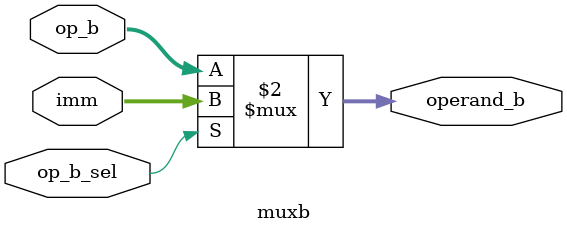
<source format=sv>
module muxb(
	input logic [31:0] op_b,
	input logic [31:0] imm,
	input logic op_b_sel,
	output logic [31:0] operand_b
);

assign operand_b = (op_b_sel == 1) ? imm : op_b;

endmodule

</source>
